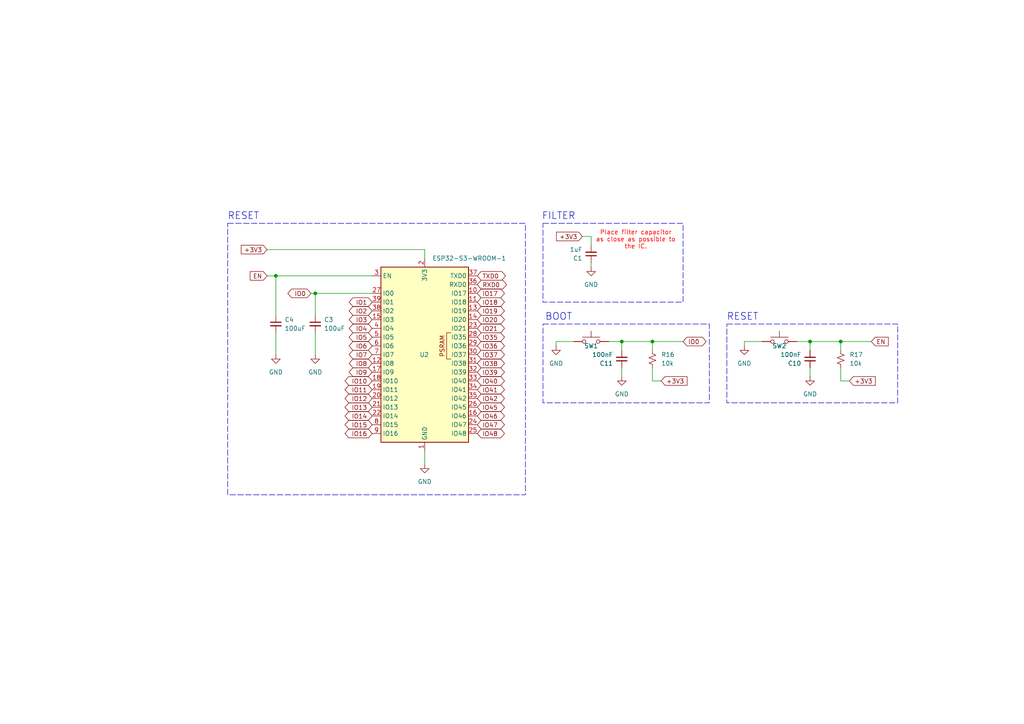
<source format=kicad_sch>
(kicad_sch (version 20231120) (generator "eeschema") (generator_version "8.0")
  (paper "A4")
  (title_block (date "2024-05-13"))
  (lib_symbols
    (symbol "Device:C_Small" (pin_numbers hide) (pin_names (offset 0.254) hide)
      (property "Reference" "C" (at 0.254 1.778 0))
      (property "Value" "C_Small" (at 0.254 -2.032 0))
      (symbol "C_Small_0_1"
        (polyline (pts (xy -1.524 -0.508) (xy 1.524 -0.508)) (stroke (width 0.3302)))
        (polyline (pts (xy -1.524 0.508) (xy 1.524 0.508)) (stroke (width 0.3048)))
      )
      (symbol "C_Small_1_1"
        (pin passive line (at 0 2.54 270) (length 2.032) (name "~") (number "1"))
        (pin passive line (at 0 -2.54 90) (length 2.032) (name "~") (number "2"))
      )
    )
    (symbol "Device:R_Small_US" (pin_numbers hide) (pin_names (offset 0.254) hide)
      (property "Reference" "R" (at 0.762 0.508 0))
      (property "Value" "R_Small_US" (at 0.762 -1.016 0))
      (symbol "R_Small_US_1_1"
        (polyline (pts (xy 0 0) (xy 1.016 -0.381) (xy 0 -0.762) (xy -1.016 -1.143) (xy 0 -1.524)))
        (polyline (pts (xy 0 1.524) (xy 1.016 1.143) (xy 0 0.762) (xy -1.016 0.381) (xy 0 0)))
        (pin passive line (at 0 2.54 270) (length 1.016) (name "~") (number "1"))
        (pin passive line (at 0 -2.54 90) (length 1.016) (name "~") (number "2"))
      )
    )
    (symbol "RF_Module:ESP32-S3-WROOM-1"
      (property "Reference" "U" (at -12.7 26.67 0))
      (property "Value" "ESP32-S3-WROOM-1" (at 12.7 26.67 0))
      (symbol "ESP32-S3-WROOM-1_0_0"
        (rectangle (start -12.7 25.4) (end 12.7 -25.4) (stroke (width 0.254)) (fill (type background)))
        (text "PSRAM" (at 5.08 2.54 900) (effects (font (size 1.27 1.27))))
      )
      (symbol "ESP32-S3-WROOM-1_0_1"
        (polyline (pts (xy 7.62 -1.27) (xy 6.35 -1.27) (xy 6.35 6.35) (xy 7.62 6.35)))
      )
      (symbol "ESP32-S3-WROOM-1_1_1"
        (pin power_in line (at 0 -27.94 90) (length 2.54) (name "GND") (number "1"))
        (pin bidirectional line (at 15.24 17.78 180) (length 2.54) (name "IO17") (number "10"))
        (pin bidirectional line (at 15.24 15.24 180) (length 2.54) (name "IO18") (number "11"))
        (pin bidirectional line (at -15.24 -2.54 0) (length 2.54) (name "IO8") (number "12"))
        (pin bidirectional line (at 15.24 12.7 180) (length 2.54) (name "IO19") (number "13"))
        (pin bidirectional line (at 15.24 10.16 180) (length 2.54) (name "IO20") (number "14"))
        (pin bidirectional line (at -15.24 10.16 0) (length 2.54) (name "IO3") (number "15"))
        (pin bidirectional line (at 15.24 -17.78 180) (length 2.54) (name "IO46") (number "16"))
        (pin bidirectional line (at -15.24 -5.08 0) (length 2.54) (name "IO9") (number "17"))
        (pin bidirectional line (at -15.24 -7.62 0) (length 2.54) (name "IO10") (number "18"))
        (pin bidirectional line (at -15.24 -10.16 0) (length 2.54) (name "IO11") (number "19"))
        (pin power_in line (at 0 27.94 270) (length 2.54) (name "3V3") (number "2"))
        (pin bidirectional line (at -15.24 -12.7 0) (length 2.54) (name "IO12") (number "20"))
        (pin bidirectional line (at -15.24 -15.24 0) (length 2.54) (name "IO13") (number "21"))
        (pin bidirectional line (at -15.24 -17.78 0) (length 2.54) (name "IO14") (number "22"))
        (pin bidirectional line (at 15.24 7.62 180) (length 2.54) (name "IO21") (number "23"))
        (pin bidirectional line (at 15.24 -20.32 180) (length 2.54) (name "IO47") (number "24"))
        (pin bidirectional line (at 15.24 -22.86 180) (length 2.54) (name "IO48") (number "25"))
        (pin bidirectional line (at 15.24 -15.24 180) (length 2.54) (name "IO45") (number "26"))
        (pin bidirectional line (at -15.24 17.78 0) (length 2.54) (name "IO0") (number "27"))
        (pin bidirectional line (at 15.24 5.08 180) (length 2.54) (name "IO35") (number "28"))
        (pin bidirectional line (at 15.24 2.54 180) (length 2.54) (name "IO36") (number "29"))
        (pin input line (at -15.24 22.86 0) (length 2.54) (name "EN") (number "3"))
        (pin bidirectional line (at 15.24 0 180) (length 2.54) (name "IO37") (number "30"))
        (pin bidirectional line (at 15.24 -2.54 180) (length 2.54) (name "IO38") (number "31"))
        (pin bidirectional line (at 15.24 -5.08 180) (length 2.54) (name "IO39") (number "32"))
        (pin bidirectional line (at 15.24 -7.62 180) (length 2.54) (name "IO40") (number "33"))
        (pin bidirectional line (at 15.24 -10.16 180) (length 2.54) (name "IO41") (number "34"))
        (pin bidirectional line (at 15.24 -12.7 180) (length 2.54) (name "IO42") (number "35"))
        (pin bidirectional line (at 15.24 20.32 180) (length 2.54) (name "RXD0") (number "36"))
        (pin bidirectional line (at 15.24 22.86 180) (length 2.54) (name "TXD0") (number "37"))
        (pin bidirectional line (at -15.24 12.7 0) (length 2.54) (name "IO2") (number "38"))
        (pin bidirectional line (at -15.24 15.24 0) (length 2.54) (name "IO1") (number "39"))
        (pin bidirectional line (at -15.24 7.62 0) (length 2.54) (name "IO4") (number "4"))
        (pin passive line (at 0 -27.94 90) (length 2.54) hide (name "GND") (number "40"))
        (pin passive line (at 0 -27.94 90) (length 2.54) hide (name "GND") (number "41"))
        (pin bidirectional line (at -15.24 5.08 0) (length 2.54) (name "IO5") (number "5"))
        (pin bidirectional line (at -15.24 2.54 0) (length 2.54) (name "IO6") (number "6"))
        (pin bidirectional line (at -15.24 0 0) (length 2.54) (name "IO7") (number "7"))
        (pin bidirectional line (at -15.24 -20.32 0) (length 2.54) (name "IO15") (number "8"))
        (pin bidirectional line (at -15.24 -22.86 0) (length 2.54) (name "IO16") (number "9"))
      )
    )
    (symbol "Switch:SW_Omron_B3FS" (pin_numbers hide) (pin_names (offset 1.016) hide)
      (property "Reference" "SW" (at 1.27 2.54 0))
      (property "Value" "SW_Omron_B3FS" (at 0 -1.524 0))
      (symbol "SW_Omron_B3FS_0_1"
        (circle (center -2.032 0) (radius 0.508))
        (polyline (pts (xy 0 1.27) (xy 0 3.048)))
        (polyline (pts (xy 2.54 1.27) (xy -2.54 1.27)))
        (circle (center 2.032 0) (radius 0.508))
        (pin passive line (at -5.08 0 0) (length 2.54) (name "1") (number "1"))
        (pin passive line (at 5.08 0 180) (length 2.54) (name "2") (number "2"))
      )
    )
    (symbol "power:GND" (power) (pin_numbers hide) (pin_names (offset 0) hide)
      (property "Value" "GND" (at 0 -3.81 0))
      (symbol "GND_0_1"
        (polyline (pts (xy 0 0) (xy 0 -1.27) (xy 1.27 -1.27) (xy 0 -2.54) (xy -1.27 -1.27) (xy 0 -1.27)))
      )
      (symbol "GND_1_1"
        (pin power_in line (at 0 0 270) (length 0) (name "~") (number "1"))
      )
    )
  )
  (junction (at 234.95 99.06))
  (junction (at 180.34 99.06))
  (junction (at 91.44 85.09))
  (junction (at 80.01 80.01))
  (junction (at 189.23 99.06))
  (junction (at 243.84 99.06))
  (wire (pts (xy 243.84 99.06) (xy 243.84 101.6)))
  (wire (pts (xy 171.45 77.47) (xy 171.45 76.2)))
  (wire (pts (xy 189.23 106.68) (xy 189.23 110.49)))
  (wire (pts (xy 80.01 80.01) (xy 80.01 91.44)))
  (wire (pts (xy 243.84 99.06) (xy 252.73 99.06)))
  (wire (pts (xy 168.91 68.58) (xy 171.45 68.58)))
  (wire (pts (xy 243.84 110.49) (xy 246.38 110.49)))
  (wire (pts (xy 161.29 99.06) (xy 161.29 100.33)))
  (wire (pts (xy 189.23 110.49) (xy 191.77 110.49)))
  (wire (pts (xy 234.95 99.06) (xy 243.84 99.06)))
  (wire (pts (xy 80.01 80.01) (xy 107.95 80.01)))
  (wire (pts (xy 180.34 99.06) (xy 180.34 101.6)))
  (wire (pts (xy 234.95 99.06) (xy 234.95 101.6)))
  (wire (pts (xy 91.44 85.09) (xy 107.95 85.09)))
  (wire (pts (xy 243.84 106.68) (xy 243.84 110.49)))
  (wire (pts (xy 91.44 96.52) (xy 91.44 102.87)))
  (wire (pts (xy 91.44 85.09) (xy 91.44 91.44)))
  (wire (pts (xy 77.47 72.39) (xy 123.19 72.39)))
  (wire (pts (xy 171.45 68.58) (xy 171.45 71.12)))
  (wire (pts (xy 189.23 99.06) (xy 198.12 99.06)))
  (wire (pts (xy 189.23 99.06) (xy 189.23 101.6)))
  (wire (pts (xy 215.9 99.06) (xy 215.9 100.33)))
  (wire (pts (xy 176.53 99.06) (xy 180.34 99.06)))
  (wire (pts (xy 161.29 99.06) (xy 166.37 99.06)))
  (wire (pts (xy 234.95 106.68) (xy 234.95 109.22)))
  (wire (pts (xy 90.17 85.09) (xy 91.44 85.09)))
  (wire (pts (xy 215.9 99.06) (xy 220.98 99.06)))
  (wire (pts (xy 123.19 72.39) (xy 123.19 74.93)))
  (wire (pts (xy 80.01 96.52) (xy 80.01 102.87)))
  (wire (pts (xy 180.34 106.68) (xy 180.34 109.22)))
  (wire (pts (xy 231.14 99.06) (xy 234.95 99.06)))
  (wire (pts (xy 180.34 99.06) (xy 189.23 99.06)))
  (wire (pts (xy 123.19 130.81) (xy 123.19 134.62)))
  (wire (pts (xy 77.47 80.01) (xy 80.01 80.01)))
  (rectangle (start 157.48 64.77) (end 198.12 87.63) (stroke (width 0) (type dash)))
  (rectangle (start 66.04 64.77) (end 152.4 143.51) (stroke (width 0) (type dash)))
  (rectangle (start 210.82 93.98) (end 260.35 116.84) (stroke (width 0) (type dash)))
  (rectangle (start 157.48 93.98) (end 205.74 116.84) (stroke (width 0) (type dash)))
  (text "Place filter capacitor\nas close as possible to\nthe IC." (at 184.404 69.596 0) (effects (font (size 1.27 1.27))))
  (text "BOOT\n" (at 162.052 91.948 0) (effects (font (size 2 2))))
  (text "RESET\n" (at 70.612 62.738 0) (effects (font (size 2 2))))
  (text "RESET\n" (at 215.392 91.948 0) (effects (font (size 2 2))))
  (text "FILTER\n" (at 162.052 62.738 0) (effects (font (size 2 2))))
  (global_label "TXD0" (shape bidirectional) (at 138.43 80.01 0) (property "Intersheetrefs" "${INTERSHEET_REFS}" (effects (hide yes))))
  (global_label "IO1" (shape bidirectional) (at 107.95 87.63 180) (property "Intersheetrefs" "${INTERSHEET_REFS}" (effects (hide yes))))
  (global_label "IO8" (shape bidirectional) (at 107.95 105.41 180) (property "Intersheetrefs" "${INTERSHEET_REFS}" (effects (hide yes))))
  (global_label "IO5" (shape bidirectional) (at 107.95 97.79 180) (property "Intersheetrefs" "${INTERSHEET_REFS}" (effects (hide yes))))
  (global_label "IO21" (shape bidirectional) (at 138.43 95.25 0) (property "Intersheetrefs" "${INTERSHEET_REFS}" (effects (hide yes))))
  (global_label "IO12" (shape bidirectional) (at 107.95 115.57 180) (property "Intersheetrefs" "${INTERSHEET_REFS}" (effects (hide yes))))
  (global_label "IO35" (shape bidirectional) (at 138.43 97.79 0) (property "Intersheetrefs" "${INTERSHEET_REFS}" (effects (hide yes))))
  (global_label "IO4" (shape bidirectional) (at 107.95 95.25 180) (property "Intersheetrefs" "${INTERSHEET_REFS}" (effects (hide yes))))
  (global_label "IO16" (shape bidirectional) (at 107.95 125.73 180) (property "Intersheetrefs" "${INTERSHEET_REFS}" (effects (hide yes))))
  (global_label "IO11" (shape bidirectional) (at 107.95 113.03 180) (property "Intersheetrefs" "${INTERSHEET_REFS}" (effects (hide yes))))
  (global_label "IO9" (shape bidirectional) (at 107.95 107.95 180) (property "Intersheetrefs" "${INTERSHEET_REFS}" (effects (hide yes))))
  (global_label "IO42" (shape bidirectional) (at 138.43 115.57 0) (property "Intersheetrefs" "${INTERSHEET_REFS}" (effects (hide yes))))
  (global_label "+3V3" (shape input) (at 77.47 72.39 180) (property "Intersheetrefs" "${INTERSHEET_REFS}" (effects (hide yes))))
  (global_label "IO46" (shape bidirectional) (at 138.43 120.65 0) (property "Intersheetrefs" "${INTERSHEET_REFS}" (effects (hide yes))))
  (global_label "IO39" (shape bidirectional) (at 138.43 107.95 0) (property "Intersheetrefs" "${INTERSHEET_REFS}" (effects (hide yes))))
  (global_label "+3V3" (shape input) (at 246.38 110.49 0) (property "Intersheetrefs" "${INTERSHEET_REFS}" (effects (hide yes))))
  (global_label "IO10" (shape bidirectional) (at 107.95 110.49 180) (property "Intersheetrefs" "${INTERSHEET_REFS}" (effects (hide yes))))
  (global_label "+3V3" (shape input) (at 168.91 68.58 180) (property "Intersheetrefs" "${INTERSHEET_REFS}" (effects (hide yes))))
  (global_label "IO6" (shape bidirectional) (at 107.95 100.33 180) (property "Intersheetrefs" "${INTERSHEET_REFS}" (effects (hide yes))))
  (global_label "IO18" (shape bidirectional) (at 138.43 87.63 0) (property "Intersheetrefs" "${INTERSHEET_REFS}" (effects (hide yes))))
  (global_label "IO48" (shape bidirectional) (at 138.43 125.73 0) (property "Intersheetrefs" "${INTERSHEET_REFS}" (effects (hide yes))))
  (global_label "IO0" (shape bidirectional) (at 90.17 85.09 180) (property "Intersheetrefs" "${INTERSHEET_REFS}" (effects (hide yes))))
  (global_label "IO14" (shape bidirectional) (at 107.95 120.65 180) (property "Intersheetrefs" "${INTERSHEET_REFS}" (effects (hide yes))))
  (global_label "IO37" (shape bidirectional) (at 138.43 102.87 0) (property "Intersheetrefs" "${INTERSHEET_REFS}" (effects (hide yes))))
  (global_label "IO36" (shape bidirectional) (at 138.43 100.33 0) (property "Intersheetrefs" "${INTERSHEET_REFS}" (effects (hide yes))))
  (global_label "EN" (shape input) (at 252.73 99.06 0) (property "Intersheetrefs" "${INTERSHEET_REFS}" (effects (hide yes))))
  (global_label "IO13" (shape bidirectional) (at 107.95 118.11 180) (property "Intersheetrefs" "${INTERSHEET_REFS}" (effects (hide yes))))
  (global_label "IO19" (shape bidirectional) (at 138.43 90.17 0) (property "Intersheetrefs" "${INTERSHEET_REFS}" (effects (hide yes))))
  (global_label "RXD0" (shape bidirectional) (at 138.43 82.55 0) (property "Intersheetrefs" "${INTERSHEET_REFS}" (effects (hide yes))))
  (global_label "IO38" (shape bidirectional) (at 138.43 105.41 0) (property "Intersheetrefs" "${INTERSHEET_REFS}" (effects (hide yes))))
  (global_label "IO2" (shape bidirectional) (at 107.95 90.17 180) (property "Intersheetrefs" "${INTERSHEET_REFS}" (effects (hide yes))))
  (global_label "EN" (shape input) (at 77.47 80.01 180) (property "Intersheetrefs" "${INTERSHEET_REFS}" (effects (hide yes))))
  (global_label "IO17" (shape bidirectional) (at 138.43 85.09 0) (property "Intersheetrefs" "${INTERSHEET_REFS}" (effects (hide yes))))
  (global_label "IO15" (shape bidirectional) (at 107.95 123.19 180) (property "Intersheetrefs" "${INTERSHEET_REFS}" (effects (hide yes))))
  (global_label "IO20" (shape bidirectional) (at 138.43 92.71 0) (property "Intersheetrefs" "${INTERSHEET_REFS}" (effects (hide yes))))
  (global_label "IO47" (shape bidirectional) (at 138.43 123.19 0) (property "Intersheetrefs" "${INTERSHEET_REFS}" (effects (hide yes))))
  (global_label "IO40" (shape bidirectional) (at 138.43 110.49 0) (property "Intersheetrefs" "${INTERSHEET_REFS}" (effects (hide yes))))
  (global_label "IO45" (shape bidirectional) (at 138.43 118.11 0) (property "Intersheetrefs" "${INTERSHEET_REFS}" (effects (hide yes))))
  (global_label "IO0" (shape bidirectional) (at 198.12 99.06 0) (property "Intersheetrefs" "${INTERSHEET_REFS}" (effects (hide yes))))
  (global_label "IO3" (shape bidirectional) (at 107.95 92.71 180) (property "Intersheetrefs" "${INTERSHEET_REFS}" (effects (hide yes))))
  (global_label "IO41" (shape bidirectional) (at 138.43 113.03 0) (property "Intersheetrefs" "${INTERSHEET_REFS}" (effects (hide yes))))
  (global_label "+3V3" (shape input) (at 191.77 110.49 0) (property "Intersheetrefs" "${INTERSHEET_REFS}" (effects (hide yes))))
  (global_label "IO7" (shape bidirectional) (at 107.95 102.87 180) (property "Intersheetrefs" "${INTERSHEET_REFS}" (effects (hide yes))))
  (symbol (lib_id "RF_Module:ESP32-S3-WROOM-1") (at 123.19 102.87 0) (unit 1)
    (property "Reference" "U2" (at 121.666 102.87 0) (effects (justify left)))
    (property "Value" "ESP32-S3-WROOM-1" (at 125.3841 74.93 0) (effects (justify left)))
    (property "Footprint" "RF_Module:ESP32-S3-WROOM-1" (effects (hide yes)))
    (property "Datasheet" "https://www.espressif.com/sites/default/files/documentation/esp32-s3-wroom-1_wroom-1u_datasheet_en.pdf" (effects (hide yes)))
    (property "Description" "RF Module, ESP32-S3 SoC, Wi-Fi 802.11b/g/n, Bluetooth, BLE, 32-bit, 3.3V, onboard antenna, SMD" (effects (hide yes)))
  )
  (symbol (lib_id "power:GND") (at 234.95 109.22 0) (unit 1)
    (property "Reference" "#PWR016" (effects (hide yes)))
    (property "Value" "GND" (at 234.95 114.3 0))
    (property "Description" "Power symbol creates a global label with name \"GND\" , ground" (effects (hide yes)))
  )
  (symbol (lib_id "power:GND") (at 180.34 109.22 0) (unit 1)
    (property "Reference" "#PWR017" (effects (hide yes)))
    (property "Value" "GND" (at 180.34 114.3 0))
    (property "Description" "Power symbol creates a global label with name \"GND\" , ground" (effects (hide yes)))
  )
  (symbol (lib_id "Switch:SW_Omron_B3FS") (at 226.06 99.06 0) (unit 1)
    (property "Reference" "SW2" (at 226.06 100.33 0))
    (property "Value" "SW_Omron_B3FS" (effects (hide yes)))
    (property "Datasheet" "https://omronfs.omron.com/en_US/ecb/products/pdf/en-b3fs.pdf" (effects (hide yes)))
    (property "Description" "Omron B3FS 6x6mm single pole normally-open tactile switch" (effects (hide yes)))
  )
  (symbol (lib_id "power:GND") (at 161.29 100.33 0) (unit 1)
    (property "Reference" "#PWR015" (effects (hide yes)))
    (property "Value" "GND" (at 161.29 105.41 0))
    (property "Description" "Power symbol creates a global label with name \"GND\" , ground" (effects (hide yes)))
  )
  (symbol (lib_id "Device:R_Small_US") (at 243.84 104.14 0) (unit 1)
    (property "Reference" "R17" (at 246.38 102.8699 0) (effects (justify left)))
    (property "Value" "10k" (at 246.38 105.4099 0) (effects (justify left)))
    (property "Footprint" "Resistor_SMD:R_0603_1608Metric_Pad0.98x0.95mm_HandSolder" (effects (hide yes)))
    (property "Description" "Resistor, small US symbol" (effects (hide yes)))
  )
  (symbol (lib_id "power:GND") (at 215.9 100.33 0) (unit 1)
    (property "Reference" "#PWR01" (effects (hide yes)))
    (property "Value" "GND" (at 215.9 105.41 0))
    (property "Description" "Power symbol creates a global label with name \"GND\" , ground" (effects (hide yes)))
  )
  (symbol (lib_id "Device:R_Small_US") (at 189.23 104.14 0) (unit 1)
    (property "Reference" "R16" (at 191.77 102.8699 0) (effects (justify left)))
    (property "Value" "10k" (at 191.77 105.4099 0) (effects (justify left)))
    (property "Footprint" "Resistor_SMD:R_0603_1608Metric_Pad0.98x0.95mm_HandSolder" (effects (hide yes)))
    (property "Description" "Resistor, small US symbol" (effects (hide yes)))
  )
  (symbol (lib_id "Device:C_Small") (at 171.45 73.66 180) (unit 1)
    (property "Reference" "C1" (at 168.91 74.9238 0) (effects (justify left)))
    (property "Value" "1uF" (at 168.91 72.3838 0) (effects (justify left)))
    (property "Footprint" "Capacitor_SMD:C_0603_1608Metric_Pad1.08x0.95mm_HandSolder" (effects (hide yes)))
    (property "Description" "Unpolarized capacitor, small symbol" (effects (hide yes)))
  )
  (symbol (lib_id "power:GND") (at 91.44 102.87 0) (unit 1)
    (property "Reference" "#PWR02" (effects (hide yes)))
    (property "Value" "GND" (at 91.44 107.95 0))
    (property "Description" "Power symbol creates a global label with name \"GND\" , ground" (effects (hide yes)))
  )
  (symbol (lib_id "Device:C_Small") (at 234.95 104.14 180) (unit 1)
    (property "Reference" "C10" (at 232.41 105.4038 0) (effects (justify left)))
    (property "Value" "100nF" (at 232.41 102.8638 0) (effects (justify left)))
    (property "Footprint" "Capacitor_SMD:C_0603_1608Metric_Pad1.08x0.95mm_HandSolder" (effects (hide yes)))
    (property "Description" "Unpolarized capacitor, small symbol" (effects (hide yes)))
  )
  (symbol (lib_id "power:GND") (at 80.01 102.87 0) (unit 1)
    (property "Reference" "#PWR018" (effects (hide yes)))
    (property "Value" "GND" (at 80.01 107.95 0))
    (property "Description" "Power symbol creates a global label with name \"GND\" , ground" (effects (hide yes)))
  )
  (symbol (lib_id "Device:C_Small") (at 180.34 104.14 180) (unit 1)
    (property "Reference" "C11" (at 177.8 105.4038 0) (effects (justify left)))
    (property "Value" "100nF" (at 177.8 102.8638 0) (effects (justify left)))
    (property "Footprint" "Capacitor_SMD:C_0603_1608Metric_Pad1.08x0.95mm_HandSolder" (effects (hide yes)))
    (property "Description" "Unpolarized capacitor, small symbol" (effects (hide yes)))
  )
  (symbol (lib_id "power:GND") (at 123.19 134.62 0) (unit 1)
    (property "Reference" "#PWR03" (effects (hide yes)))
    (property "Value" "GND" (at 123.19 139.7 0))
    (property "Description" "Power symbol creates a global label with name \"GND\" , ground" (effects (hide yes)))
  )
  (symbol (lib_id "Device:C_Small") (at 80.01 93.98 0) (unit 1)
    (property "Reference" "C4" (at 82.55 92.7162 0) (effects (justify left)))
    (property "Value" "100uF" (at 82.55 95.2562 0) (effects (justify left)))
    (property "Footprint" "Capacitor_SMD:C_0805_2012Metric_Pad1.18x1.45mm_HandSolder" (effects (hide yes)))
    (property "Description" "Unpolarized capacitor, small symbol" (effects (hide yes)))
  )
  (symbol (lib_id "Switch:SW_Omron_B3FS") (at 171.45 99.06 0) (unit 1)
    (property "Reference" "SW1" (at 171.45 100.33 0))
    (property "Value" "SW_Omron_B3FS" (effects (hide yes)))
    (property "Datasheet" "https://omronfs.omron.com/en_US/ecb/products/pdf/en-b3fs.pdf" (effects (hide yes)))
    (property "Description" "Omron B3FS 6x6mm single pole normally-open tactile switch" (effects (hide yes)))
  )
  (symbol (lib_id "power:GND") (at 171.45 77.47 0) (unit 1)
    (property "Reference" "#PWR04" (effects (hide yes)))
    (property "Value" "GND" (at 171.45 82.55 0))
    (property "Description" "Power symbol creates a global label with name \"GND\" , ground" (effects (hide yes)))
  )
  (symbol (lib_id "Device:C_Small") (at 91.44 93.98 0) (unit 1)
    (property "Reference" "C3" (at 93.98 92.7162 0) (effects (justify left)))
    (property "Value" "100uF" (at 93.98 95.2562 0) (effects (justify left)))
    (property "Footprint" "Capacitor_SMD:C_0805_2012Metric_Pad1.18x1.45mm_HandSolder" (effects (hide yes)))
    (property "Description" "Unpolarized capacitor, small symbol" (effects (hide yes)))
  )
)
</source>
